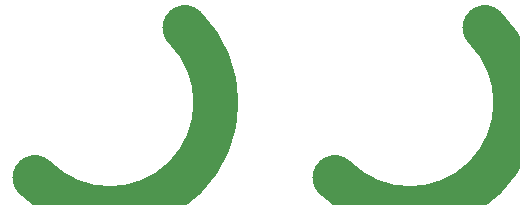
<source format=gbr>
%FSLAX34Y34*%
%MOIN*%
%ADD10C,0.15*%
D10*
G75*
X-7500Y-2500D02*
G03*
X-2500Y2500I2500J2500D01*
X7500Y2500D02*
G02*
X2500Y-2500I-2500J-2500D01*
M02*

</source>
